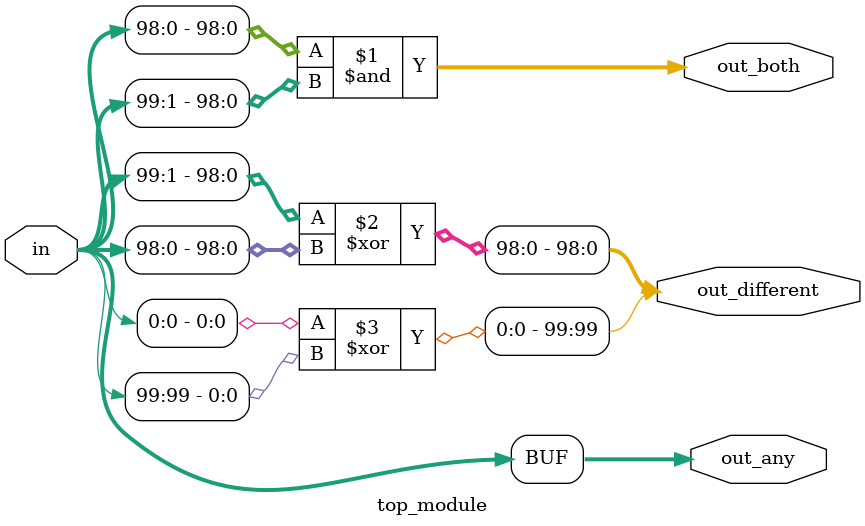
<source format=sv>
module top_module (
    input [99:0] in,
    output [98:0] out_both,
    output [99:0] out_any,
    output [99:0] out_different
);

    assign out_both = in[98:0] & in[99:1];
    assign out_any = in[99:0];
    assign out_different = {in[0] ^ in[99], in[99:1] ^ in[98:0]};

endmodule

</source>
